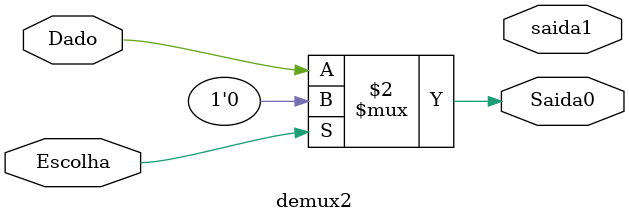
<source format=sv>
module demux2(
input Dado,
input Escolha,
output Saida0, saida1
);
assign Saida0= Escolha==1'b0 ? Dado : 1'b0;
assign Saida1= Escolha==1'b1 ? Dado : 1'b0;
endmodule
</source>
